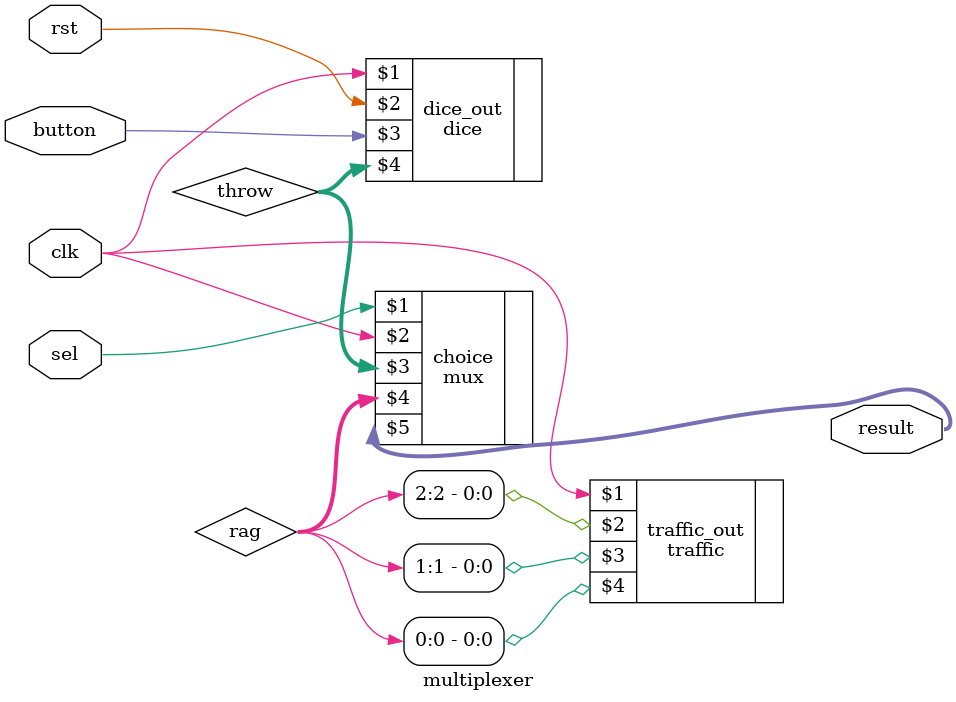
<source format=v>

`timescale 1ns / 100ps

module multiplexer(

    //Todo: define inputs here
    input rst,
    input clk,
    input button,
    input sel,
	output wire [2:0] result
    );
	
	wire [2:0] throw;
	wire [2:0] rag;
	
    dice dice_out(clk,rst,button,throw);
	traffic traffic_out(clk,rag[2],rag[1],rag[0]);
	
	mux choice(sel,clk,throw,rag,result);

	      
endmodule

</source>
